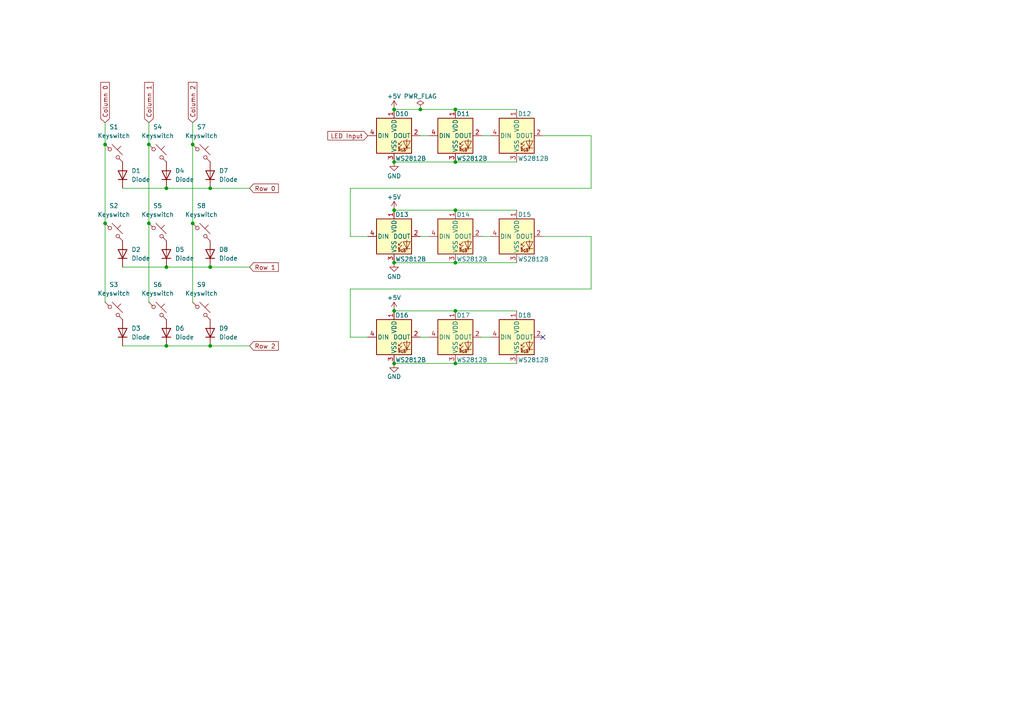
<source format=kicad_sch>
(kicad_sch
	(version 20231120)
	(generator "eeschema")
	(generator_version "8.0")
	(uuid "c687c8c0-a704-45a0-a2f6-12f27da370c2")
	(paper "A4")
	(lib_symbols
		(symbol "LED:WS2812B"
			(pin_names
				(offset 0.254)
			)
			(exclude_from_sim no)
			(in_bom yes)
			(on_board yes)
			(property "Reference" "D"
				(at 5.08 5.715 0)
				(effects
					(font
						(size 1.27 1.27)
					)
					(justify right bottom)
				)
			)
			(property "Value" "WS2812B"
				(at 1.27 -5.715 0)
				(effects
					(font
						(size 1.27 1.27)
					)
					(justify left top)
				)
			)
			(property "Footprint" "LED_SMD:LED_WS2812B_PLCC4_5.0x5.0mm_P3.2mm"
				(at 1.27 -7.62 0)
				(effects
					(font
						(size 1.27 1.27)
					)
					(justify left top)
					(hide yes)
				)
			)
			(property "Datasheet" "https://cdn-shop.adafruit.com/datasheets/WS2812B.pdf"
				(at 2.54 -9.525 0)
				(effects
					(font
						(size 1.27 1.27)
					)
					(justify left top)
					(hide yes)
				)
			)
			(property "Description" "RGB LED with integrated controller"
				(at 0 0 0)
				(effects
					(font
						(size 1.27 1.27)
					)
					(hide yes)
				)
			)
			(property "ki_keywords" "RGB LED NeoPixel addressable"
				(at 0 0 0)
				(effects
					(font
						(size 1.27 1.27)
					)
					(hide yes)
				)
			)
			(property "ki_fp_filters" "LED*WS2812*PLCC*5.0x5.0mm*P3.2mm*"
				(at 0 0 0)
				(effects
					(font
						(size 1.27 1.27)
					)
					(hide yes)
				)
			)
			(symbol "WS2812B_0_0"
				(text "RGB"
					(at 2.286 -4.191 0)
					(effects
						(font
							(size 0.762 0.762)
						)
					)
				)
			)
			(symbol "WS2812B_0_1"
				(polyline
					(pts
						(xy 1.27 -3.556) (xy 1.778 -3.556)
					)
					(stroke
						(width 0)
						(type default)
					)
					(fill
						(type none)
					)
				)
				(polyline
					(pts
						(xy 1.27 -2.54) (xy 1.778 -2.54)
					)
					(stroke
						(width 0)
						(type default)
					)
					(fill
						(type none)
					)
				)
				(polyline
					(pts
						(xy 4.699 -3.556) (xy 2.667 -3.556)
					)
					(stroke
						(width 0)
						(type default)
					)
					(fill
						(type none)
					)
				)
				(polyline
					(pts
						(xy 2.286 -2.54) (xy 1.27 -3.556) (xy 1.27 -3.048)
					)
					(stroke
						(width 0)
						(type default)
					)
					(fill
						(type none)
					)
				)
				(polyline
					(pts
						(xy 2.286 -1.524) (xy 1.27 -2.54) (xy 1.27 -2.032)
					)
					(stroke
						(width 0)
						(type default)
					)
					(fill
						(type none)
					)
				)
				(polyline
					(pts
						(xy 3.683 -1.016) (xy 3.683 -3.556) (xy 3.683 -4.064)
					)
					(stroke
						(width 0)
						(type default)
					)
					(fill
						(type none)
					)
				)
				(polyline
					(pts
						(xy 4.699 -1.524) (xy 2.667 -1.524) (xy 3.683 -3.556) (xy 4.699 -1.524)
					)
					(stroke
						(width 0)
						(type default)
					)
					(fill
						(type none)
					)
				)
				(rectangle
					(start 5.08 5.08)
					(end -5.08 -5.08)
					(stroke
						(width 0.254)
						(type default)
					)
					(fill
						(type background)
					)
				)
			)
			(symbol "WS2812B_1_1"
				(pin power_in line
					(at 0 7.62 270)
					(length 2.54)
					(name "VDD"
						(effects
							(font
								(size 1.27 1.27)
							)
						)
					)
					(number "1"
						(effects
							(font
								(size 1.27 1.27)
							)
						)
					)
				)
				(pin output line
					(at 7.62 0 180)
					(length 2.54)
					(name "DOUT"
						(effects
							(font
								(size 1.27 1.27)
							)
						)
					)
					(number "2"
						(effects
							(font
								(size 1.27 1.27)
							)
						)
					)
				)
				(pin power_in line
					(at 0 -7.62 90)
					(length 2.54)
					(name "VSS"
						(effects
							(font
								(size 1.27 1.27)
							)
						)
					)
					(number "3"
						(effects
							(font
								(size 1.27 1.27)
							)
						)
					)
				)
				(pin input line
					(at -7.62 0 0)
					(length 2.54)
					(name "DIN"
						(effects
							(font
								(size 1.27 1.27)
							)
						)
					)
					(number "4"
						(effects
							(font
								(size 1.27 1.27)
							)
						)
					)
				)
			)
		)
		(symbol "ScottoKeebs:Placeholder_Diode"
			(pin_numbers hide)
			(pin_names hide)
			(exclude_from_sim no)
			(in_bom yes)
			(on_board yes)
			(property "Reference" "D"
				(at 0 2.54 0)
				(effects
					(font
						(size 1.27 1.27)
					)
				)
			)
			(property "Value" "Diode"
				(at 0 -2.54 0)
				(effects
					(font
						(size 1.27 1.27)
					)
				)
			)
			(property "Footprint" ""
				(at 0 0 0)
				(effects
					(font
						(size 1.27 1.27)
					)
					(hide yes)
				)
			)
			(property "Datasheet" ""
				(at 0 0 0)
				(effects
					(font
						(size 1.27 1.27)
					)
					(hide yes)
				)
			)
			(property "Description" "1N4148 (DO-35) or 1N4148W (SOD-123)"
				(at 0 0 0)
				(effects
					(font
						(size 1.27 1.27)
					)
					(hide yes)
				)
			)
			(property "Sim.Device" "D"
				(at 0 0 0)
				(effects
					(font
						(size 1.27 1.27)
					)
					(hide yes)
				)
			)
			(property "Sim.Pins" "1=K 2=A"
				(at 0 0 0)
				(effects
					(font
						(size 1.27 1.27)
					)
					(hide yes)
				)
			)
			(property "ki_keywords" "diode"
				(at 0 0 0)
				(effects
					(font
						(size 1.27 1.27)
					)
					(hide yes)
				)
			)
			(property "ki_fp_filters" "D*DO?35*"
				(at 0 0 0)
				(effects
					(font
						(size 1.27 1.27)
					)
					(hide yes)
				)
			)
			(symbol "Placeholder_Diode_0_1"
				(polyline
					(pts
						(xy -1.27 1.27) (xy -1.27 -1.27)
					)
					(stroke
						(width 0.254)
						(type default)
					)
					(fill
						(type none)
					)
				)
				(polyline
					(pts
						(xy 1.27 0) (xy -1.27 0)
					)
					(stroke
						(width 0)
						(type default)
					)
					(fill
						(type none)
					)
				)
				(polyline
					(pts
						(xy 1.27 1.27) (xy 1.27 -1.27) (xy -1.27 0) (xy 1.27 1.27)
					)
					(stroke
						(width 0.254)
						(type default)
					)
					(fill
						(type none)
					)
				)
			)
			(symbol "Placeholder_Diode_1_1"
				(pin passive line
					(at -3.81 0 0)
					(length 2.54)
					(name "K"
						(effects
							(font
								(size 1.27 1.27)
							)
						)
					)
					(number "1"
						(effects
							(font
								(size 1.27 1.27)
							)
						)
					)
				)
				(pin passive line
					(at 3.81 0 180)
					(length 2.54)
					(name "A"
						(effects
							(font
								(size 1.27 1.27)
							)
						)
					)
					(number "2"
						(effects
							(font
								(size 1.27 1.27)
							)
						)
					)
				)
			)
		)
		(symbol "ScottoKeebs:Placeholder_Keyswitch"
			(pin_numbers hide)
			(pin_names
				(offset 1.016) hide)
			(exclude_from_sim no)
			(in_bom yes)
			(on_board yes)
			(property "Reference" "S"
				(at 3.048 1.016 0)
				(effects
					(font
						(size 1.27 1.27)
					)
					(justify left)
				)
			)
			(property "Value" "Keyswitch"
				(at 0 -3.81 0)
				(effects
					(font
						(size 1.27 1.27)
					)
				)
			)
			(property "Footprint" ""
				(at 0 0 0)
				(effects
					(font
						(size 1.27 1.27)
					)
					(hide yes)
				)
			)
			(property "Datasheet" "~"
				(at 0 0 0)
				(effects
					(font
						(size 1.27 1.27)
					)
					(hide yes)
				)
			)
			(property "Description" "Push button switch, normally open, two pins, 45° tilted"
				(at 0 0 0)
				(effects
					(font
						(size 1.27 1.27)
					)
					(hide yes)
				)
			)
			(property "ki_keywords" "switch normally-open pushbutton push-button"
				(at 0 0 0)
				(effects
					(font
						(size 1.27 1.27)
					)
					(hide yes)
				)
			)
			(symbol "Placeholder_Keyswitch_0_1"
				(circle
					(center -1.1684 1.1684)
					(radius 0.508)
					(stroke
						(width 0)
						(type default)
					)
					(fill
						(type none)
					)
				)
				(polyline
					(pts
						(xy -0.508 2.54) (xy 2.54 -0.508)
					)
					(stroke
						(width 0)
						(type default)
					)
					(fill
						(type none)
					)
				)
				(polyline
					(pts
						(xy 1.016 1.016) (xy 2.032 2.032)
					)
					(stroke
						(width 0)
						(type default)
					)
					(fill
						(type none)
					)
				)
				(polyline
					(pts
						(xy -2.54 2.54) (xy -1.524 1.524) (xy -1.524 1.524)
					)
					(stroke
						(width 0)
						(type default)
					)
					(fill
						(type none)
					)
				)
				(polyline
					(pts
						(xy 1.524 -1.524) (xy 2.54 -2.54) (xy 2.54 -2.54) (xy 2.54 -2.54)
					)
					(stroke
						(width 0)
						(type default)
					)
					(fill
						(type none)
					)
				)
				(circle
					(center 1.143 -1.1938)
					(radius 0.508)
					(stroke
						(width 0)
						(type default)
					)
					(fill
						(type none)
					)
				)
				(pin passive line
					(at -2.54 2.54 0)
					(length 0)
					(name "1"
						(effects
							(font
								(size 1.27 1.27)
							)
						)
					)
					(number "1"
						(effects
							(font
								(size 1.27 1.27)
							)
						)
					)
				)
				(pin passive line
					(at 2.54 -2.54 180)
					(length 0)
					(name "2"
						(effects
							(font
								(size 1.27 1.27)
							)
						)
					)
					(number "2"
						(effects
							(font
								(size 1.27 1.27)
							)
						)
					)
				)
			)
		)
		(symbol "power:+5V"
			(power)
			(pin_numbers hide)
			(pin_names
				(offset 0) hide)
			(exclude_from_sim no)
			(in_bom yes)
			(on_board yes)
			(property "Reference" "#PWR"
				(at 0 -3.81 0)
				(effects
					(font
						(size 1.27 1.27)
					)
					(hide yes)
				)
			)
			(property "Value" "+5V"
				(at 0 3.556 0)
				(effects
					(font
						(size 1.27 1.27)
					)
				)
			)
			(property "Footprint" ""
				(at 0 0 0)
				(effects
					(font
						(size 1.27 1.27)
					)
					(hide yes)
				)
			)
			(property "Datasheet" ""
				(at 0 0 0)
				(effects
					(font
						(size 1.27 1.27)
					)
					(hide yes)
				)
			)
			(property "Description" "Power symbol creates a global label with name \"+5V\""
				(at 0 0 0)
				(effects
					(font
						(size 1.27 1.27)
					)
					(hide yes)
				)
			)
			(property "ki_keywords" "global power"
				(at 0 0 0)
				(effects
					(font
						(size 1.27 1.27)
					)
					(hide yes)
				)
			)
			(symbol "+5V_0_1"
				(polyline
					(pts
						(xy -0.762 1.27) (xy 0 2.54)
					)
					(stroke
						(width 0)
						(type default)
					)
					(fill
						(type none)
					)
				)
				(polyline
					(pts
						(xy 0 0) (xy 0 2.54)
					)
					(stroke
						(width 0)
						(type default)
					)
					(fill
						(type none)
					)
				)
				(polyline
					(pts
						(xy 0 2.54) (xy 0.762 1.27)
					)
					(stroke
						(width 0)
						(type default)
					)
					(fill
						(type none)
					)
				)
			)
			(symbol "+5V_1_1"
				(pin power_in line
					(at 0 0 90)
					(length 0)
					(name "~"
						(effects
							(font
								(size 1.27 1.27)
							)
						)
					)
					(number "1"
						(effects
							(font
								(size 1.27 1.27)
							)
						)
					)
				)
			)
		)
		(symbol "power:GND"
			(power)
			(pin_numbers hide)
			(pin_names
				(offset 0) hide)
			(exclude_from_sim no)
			(in_bom yes)
			(on_board yes)
			(property "Reference" "#PWR"
				(at 0 -6.35 0)
				(effects
					(font
						(size 1.27 1.27)
					)
					(hide yes)
				)
			)
			(property "Value" "GND"
				(at 0 -3.81 0)
				(effects
					(font
						(size 1.27 1.27)
					)
				)
			)
			(property "Footprint" ""
				(at 0 0 0)
				(effects
					(font
						(size 1.27 1.27)
					)
					(hide yes)
				)
			)
			(property "Datasheet" ""
				(at 0 0 0)
				(effects
					(font
						(size 1.27 1.27)
					)
					(hide yes)
				)
			)
			(property "Description" "Power symbol creates a global label with name \"GND\" , ground"
				(at 0 0 0)
				(effects
					(font
						(size 1.27 1.27)
					)
					(hide yes)
				)
			)
			(property "ki_keywords" "global power"
				(at 0 0 0)
				(effects
					(font
						(size 1.27 1.27)
					)
					(hide yes)
				)
			)
			(symbol "GND_0_1"
				(polyline
					(pts
						(xy 0 0) (xy 0 -1.27) (xy 1.27 -1.27) (xy 0 -2.54) (xy -1.27 -1.27) (xy 0 -1.27)
					)
					(stroke
						(width 0)
						(type default)
					)
					(fill
						(type none)
					)
				)
			)
			(symbol "GND_1_1"
				(pin power_in line
					(at 0 0 270)
					(length 0)
					(name "~"
						(effects
							(font
								(size 1.27 1.27)
							)
						)
					)
					(number "1"
						(effects
							(font
								(size 1.27 1.27)
							)
						)
					)
				)
			)
		)
		(symbol "power:PWR_FLAG"
			(power)
			(pin_numbers hide)
			(pin_names
				(offset 0) hide)
			(exclude_from_sim no)
			(in_bom yes)
			(on_board yes)
			(property "Reference" "#FLG"
				(at 0 1.905 0)
				(effects
					(font
						(size 1.27 1.27)
					)
					(hide yes)
				)
			)
			(property "Value" "PWR_FLAG"
				(at 0 3.81 0)
				(effects
					(font
						(size 1.27 1.27)
					)
				)
			)
			(property "Footprint" ""
				(at 0 0 0)
				(effects
					(font
						(size 1.27 1.27)
					)
					(hide yes)
				)
			)
			(property "Datasheet" "~"
				(at 0 0 0)
				(effects
					(font
						(size 1.27 1.27)
					)
					(hide yes)
				)
			)
			(property "Description" "Special symbol for telling ERC where power comes from"
				(at 0 0 0)
				(effects
					(font
						(size 1.27 1.27)
					)
					(hide yes)
				)
			)
			(property "ki_keywords" "flag power"
				(at 0 0 0)
				(effects
					(font
						(size 1.27 1.27)
					)
					(hide yes)
				)
			)
			(symbol "PWR_FLAG_0_0"
				(pin power_out line
					(at 0 0 90)
					(length 0)
					(name "~"
						(effects
							(font
								(size 1.27 1.27)
							)
						)
					)
					(number "1"
						(effects
							(font
								(size 1.27 1.27)
							)
						)
					)
				)
			)
			(symbol "PWR_FLAG_0_1"
				(polyline
					(pts
						(xy 0 0) (xy 0 1.27) (xy -1.016 1.905) (xy 0 2.54) (xy 1.016 1.905) (xy 0 1.27)
					)
					(stroke
						(width 0)
						(type default)
					)
					(fill
						(type none)
					)
				)
			)
		)
	)
	(junction
		(at 30.48 41.91)
		(diameter 0)
		(color 0 0 0 0)
		(uuid "05a61745-4415-4e37-8328-b9723f23820c")
	)
	(junction
		(at 114.3 31.75)
		(diameter 0)
		(color 0 0 0 0)
		(uuid "095b59df-a9ba-4aa9-9adf-1fae6d4c1c59")
	)
	(junction
		(at 55.88 41.91)
		(diameter 0)
		(color 0 0 0 0)
		(uuid "0fcb8340-67fb-4b60-bf2c-bf019c7beded")
	)
	(junction
		(at 43.18 41.91)
		(diameter 0)
		(color 0 0 0 0)
		(uuid "10e44e0c-cde8-4b7e-a1a6-10d283c13ffc")
	)
	(junction
		(at 132.08 31.75)
		(diameter 0)
		(color 0 0 0 0)
		(uuid "1154920c-aad9-4987-a970-e916e698c82f")
	)
	(junction
		(at 121.92 31.75)
		(diameter 0)
		(color 0 0 0 0)
		(uuid "1864ad91-0014-4b14-b519-89c2aae3a084")
	)
	(junction
		(at 48.26 54.61)
		(diameter 0)
		(color 0 0 0 0)
		(uuid "28fabc8f-ad90-435d-a9b9-24ea19f7b549")
	)
	(junction
		(at 60.96 100.33)
		(diameter 0)
		(color 0 0 0 0)
		(uuid "443627df-05e5-4178-8ebb-cb87c1c49313")
	)
	(junction
		(at 114.3 60.96)
		(diameter 0)
		(color 0 0 0 0)
		(uuid "58568354-0d39-4544-a994-0844c1100591")
	)
	(junction
		(at 48.26 100.33)
		(diameter 0)
		(color 0 0 0 0)
		(uuid "5eb117fa-69d4-4675-99eb-0636b924916e")
	)
	(junction
		(at 114.3 76.2)
		(diameter 0)
		(color 0 0 0 0)
		(uuid "63f46bf1-3bdd-4f61-a82a-95b32b716c7b")
	)
	(junction
		(at 132.08 46.99)
		(diameter 0)
		(color 0 0 0 0)
		(uuid "645a4f10-7ecc-4a3f-bf85-89879956ddd0")
	)
	(junction
		(at 30.48 64.77)
		(diameter 0)
		(color 0 0 0 0)
		(uuid "73297894-e5a2-4daf-a98d-69b2866645a2")
	)
	(junction
		(at 114.3 46.99)
		(diameter 0)
		(color 0 0 0 0)
		(uuid "74b002a5-304c-4b53-9d6e-57bc9321cd71")
	)
	(junction
		(at 60.96 77.47)
		(diameter 0)
		(color 0 0 0 0)
		(uuid "83b3cdc6-1b99-46db-85d0-bdfab5f732be")
	)
	(junction
		(at 132.08 60.96)
		(diameter 0)
		(color 0 0 0 0)
		(uuid "984e02b1-2f0a-416a-96ae-a295581836b7")
	)
	(junction
		(at 55.88 64.77)
		(diameter 0)
		(color 0 0 0 0)
		(uuid "9c818f52-695a-4612-aeeb-eac57d158fc9")
	)
	(junction
		(at 132.08 90.17)
		(diameter 0)
		(color 0 0 0 0)
		(uuid "a8caf4ce-0645-4ad1-aaf7-d2d3a6445af1")
	)
	(junction
		(at 114.3 90.17)
		(diameter 0)
		(color 0 0 0 0)
		(uuid "a8fb662c-02e1-48d3-a3bd-dd5e2ef47a6a")
	)
	(junction
		(at 60.96 54.61)
		(diameter 0)
		(color 0 0 0 0)
		(uuid "c09fe0bc-6e85-4a59-9ed5-a56144e3cfff")
	)
	(junction
		(at 114.3 105.41)
		(diameter 0)
		(color 0 0 0 0)
		(uuid "c9ed570d-f645-499d-98dd-7266c0bb1a3a")
	)
	(junction
		(at 132.08 105.41)
		(diameter 0)
		(color 0 0 0 0)
		(uuid "ccec240d-b96a-477c-b0fb-c5a9a5d3022e")
	)
	(junction
		(at 43.18 64.77)
		(diameter 0)
		(color 0 0 0 0)
		(uuid "d33f886f-8669-4131-b38f-bfe749c38a3f")
	)
	(junction
		(at 132.08 76.2)
		(diameter 0)
		(color 0 0 0 0)
		(uuid "d99dac02-8f92-4692-8ac2-639b05516901")
	)
	(junction
		(at 48.26 77.47)
		(diameter 0)
		(color 0 0 0 0)
		(uuid "f2d524d8-954f-4ef6-ba14-883c7eecb5f9")
	)
	(no_connect
		(at 157.48 97.79)
		(uuid "dc47d2f7-a03b-4889-8b1c-bc73ac3a11b1")
	)
	(wire
		(pts
			(xy 157.48 39.37) (xy 171.45 39.37)
		)
		(stroke
			(width 0)
			(type default)
		)
		(uuid "0a5b1436-47c3-42b1-8cc2-97389a573e49")
	)
	(wire
		(pts
			(xy 114.3 60.96) (xy 132.08 60.96)
		)
		(stroke
			(width 0)
			(type default)
		)
		(uuid "0f05874d-1819-4552-9648-a566e8cce0d3")
	)
	(wire
		(pts
			(xy 132.08 105.41) (xy 149.86 105.41)
		)
		(stroke
			(width 0)
			(type default)
		)
		(uuid "126d8f90-7bcd-43eb-9748-85eb3978b1ee")
	)
	(wire
		(pts
			(xy 132.08 60.96) (xy 149.86 60.96)
		)
		(stroke
			(width 0)
			(type default)
		)
		(uuid "14270896-def2-4d23-b74a-bdb5bb3c2038")
	)
	(wire
		(pts
			(xy 132.08 90.17) (xy 149.86 90.17)
		)
		(stroke
			(width 0)
			(type default)
		)
		(uuid "16846909-fb3d-42c9-85d6-197c3dc5ac0b")
	)
	(wire
		(pts
			(xy 48.26 54.61) (xy 60.96 54.61)
		)
		(stroke
			(width 0)
			(type default)
		)
		(uuid "16c7a5cb-9ae3-43e8-b053-df98087a7024")
	)
	(wire
		(pts
			(xy 60.96 54.61) (xy 72.39 54.61)
		)
		(stroke
			(width 0)
			(type default)
		)
		(uuid "1b8de679-ce3a-4bbe-a014-d0760bc77eb1")
	)
	(wire
		(pts
			(xy 114.3 31.75) (xy 121.92 31.75)
		)
		(stroke
			(width 0)
			(type default)
		)
		(uuid "2f3d67d4-c81c-4bc2-97d1-32ad5e9b8990")
	)
	(wire
		(pts
			(xy 171.45 54.61) (xy 101.6 54.61)
		)
		(stroke
			(width 0)
			(type default)
		)
		(uuid "34f61660-8b31-4729-ad76-4b2387a1e82a")
	)
	(wire
		(pts
			(xy 30.48 64.77) (xy 30.48 87.63)
		)
		(stroke
			(width 0)
			(type default)
		)
		(uuid "37453e75-f0c2-43da-8a21-2ffead84d4e9")
	)
	(wire
		(pts
			(xy 55.88 64.77) (xy 55.88 87.63)
		)
		(stroke
			(width 0)
			(type default)
		)
		(uuid "38ca17b6-7eed-4a94-8314-0467be992422")
	)
	(wire
		(pts
			(xy 139.7 68.58) (xy 142.24 68.58)
		)
		(stroke
			(width 0)
			(type default)
		)
		(uuid "3c0d33c5-be17-4bf9-8167-ecaac4ed1572")
	)
	(wire
		(pts
			(xy 106.68 68.58) (xy 101.6 68.58)
		)
		(stroke
			(width 0)
			(type default)
		)
		(uuid "43c7a9eb-836f-4dfe-a700-a3324aaf50a0")
	)
	(wire
		(pts
			(xy 121.92 68.58) (xy 124.46 68.58)
		)
		(stroke
			(width 0)
			(type default)
		)
		(uuid "441a589e-585e-46b2-9d7e-8c6041bef424")
	)
	(wire
		(pts
			(xy 35.56 54.61) (xy 48.26 54.61)
		)
		(stroke
			(width 0)
			(type default)
		)
		(uuid "4a5e4c9e-5b7f-4c72-b7ea-38f9a4a43ab2")
	)
	(wire
		(pts
			(xy 35.56 100.33) (xy 48.26 100.33)
		)
		(stroke
			(width 0)
			(type default)
		)
		(uuid "58adf9ce-d566-4c9f-bff0-2a7562afa25c")
	)
	(wire
		(pts
			(xy 43.18 41.91) (xy 43.18 64.77)
		)
		(stroke
			(width 0)
			(type default)
		)
		(uuid "62266076-40e7-4de3-9da7-330c7a8b6638")
	)
	(wire
		(pts
			(xy 60.96 100.33) (xy 72.39 100.33)
		)
		(stroke
			(width 0)
			(type default)
		)
		(uuid "66b7ae89-62e3-4857-ae76-abbb979ea597")
	)
	(wire
		(pts
			(xy 132.08 31.75) (xy 149.86 31.75)
		)
		(stroke
			(width 0)
			(type default)
		)
		(uuid "6bd294fe-1f99-4d60-9105-c4ea11e2f0b4")
	)
	(wire
		(pts
			(xy 157.48 68.58) (xy 171.45 68.58)
		)
		(stroke
			(width 0)
			(type default)
		)
		(uuid "70f1584b-a56c-409a-9f7b-1a5a63e412c5")
	)
	(wire
		(pts
			(xy 30.48 41.91) (xy 30.48 64.77)
		)
		(stroke
			(width 0)
			(type default)
		)
		(uuid "7d4693cf-8227-4f25-9e9e-ab5ccc306029")
	)
	(wire
		(pts
			(xy 55.88 35.56) (xy 55.88 41.91)
		)
		(stroke
			(width 0)
			(type default)
		)
		(uuid "7f801c0b-4f9e-495a-b303-46bfb7b56058")
	)
	(wire
		(pts
			(xy 121.92 31.75) (xy 132.08 31.75)
		)
		(stroke
			(width 0)
			(type default)
		)
		(uuid "8c1acbe4-eca5-46d7-9c71-6778843ed08b")
	)
	(wire
		(pts
			(xy 114.3 105.41) (xy 132.08 105.41)
		)
		(stroke
			(width 0)
			(type default)
		)
		(uuid "9822b3b6-670f-4fa9-acb8-244ef2c7a1f4")
	)
	(wire
		(pts
			(xy 101.6 83.82) (xy 101.6 97.79)
		)
		(stroke
			(width 0)
			(type default)
		)
		(uuid "a8df606a-70b4-4ede-8a13-ffc7390951e8")
	)
	(wire
		(pts
			(xy 55.88 41.91) (xy 55.88 64.77)
		)
		(stroke
			(width 0)
			(type default)
		)
		(uuid "a941bce5-7d0c-4b71-ba08-dcab1334b604")
	)
	(wire
		(pts
			(xy 139.7 97.79) (xy 142.24 97.79)
		)
		(stroke
			(width 0)
			(type default)
		)
		(uuid "ad4ffbe4-3e21-4d3f-9df0-50480c7487d5")
	)
	(wire
		(pts
			(xy 30.48 35.56) (xy 30.48 41.91)
		)
		(stroke
			(width 0)
			(type default)
		)
		(uuid "b0985df6-03bf-4efe-a4dd-f8a4a3a1c9ca")
	)
	(wire
		(pts
			(xy 132.08 76.2) (xy 149.86 76.2)
		)
		(stroke
			(width 0)
			(type default)
		)
		(uuid "b829876e-4096-42f3-98e0-b87a131439ee")
	)
	(wire
		(pts
			(xy 132.08 46.99) (xy 149.86 46.99)
		)
		(stroke
			(width 0)
			(type default)
		)
		(uuid "b9db9430-437e-43f6-aae5-9cbff9494593")
	)
	(wire
		(pts
			(xy 35.56 77.47) (xy 48.26 77.47)
		)
		(stroke
			(width 0)
			(type default)
		)
		(uuid "c6599718-95b2-494b-b359-2fac36aef322")
	)
	(wire
		(pts
			(xy 121.92 39.37) (xy 124.46 39.37)
		)
		(stroke
			(width 0)
			(type default)
		)
		(uuid "cb98d216-7c91-4d19-b92e-da652750349d")
	)
	(wire
		(pts
			(xy 48.26 100.33) (xy 60.96 100.33)
		)
		(stroke
			(width 0)
			(type default)
		)
		(uuid "cbe9be51-e233-4d07-954a-7f53091bb0e8")
	)
	(wire
		(pts
			(xy 43.18 35.56) (xy 43.18 41.91)
		)
		(stroke
			(width 0)
			(type default)
		)
		(uuid "cd2a895e-1aa0-47c8-ac70-3202d431cff4")
	)
	(wire
		(pts
			(xy 171.45 68.58) (xy 171.45 83.82)
		)
		(stroke
			(width 0)
			(type default)
		)
		(uuid "ce4699b8-da9f-4c4c-952b-721a0f2372e9")
	)
	(wire
		(pts
			(xy 48.26 77.47) (xy 60.96 77.47)
		)
		(stroke
			(width 0)
			(type default)
		)
		(uuid "d014ddb3-592c-415f-8108-74dfee670ee0")
	)
	(wire
		(pts
			(xy 101.6 97.79) (xy 106.68 97.79)
		)
		(stroke
			(width 0)
			(type default)
		)
		(uuid "d1eb022a-d8df-4041-aaba-3f7d31f8fe78")
	)
	(wire
		(pts
			(xy 171.45 39.37) (xy 171.45 54.61)
		)
		(stroke
			(width 0)
			(type default)
		)
		(uuid "d30eb536-ea7a-461c-b943-5d3b9312a03d")
	)
	(wire
		(pts
			(xy 114.3 76.2) (xy 132.08 76.2)
		)
		(stroke
			(width 0)
			(type default)
		)
		(uuid "d4993b8b-2b44-4d3b-b8b5-9a91cc783b50")
	)
	(wire
		(pts
			(xy 121.92 97.79) (xy 124.46 97.79)
		)
		(stroke
			(width 0)
			(type default)
		)
		(uuid "d6343070-f5a0-4fe2-92ec-3bea78113c3c")
	)
	(wire
		(pts
			(xy 171.45 83.82) (xy 101.6 83.82)
		)
		(stroke
			(width 0)
			(type default)
		)
		(uuid "d705b62b-1b70-497a-8b34-b1418967e7ba")
	)
	(wire
		(pts
			(xy 60.96 77.47) (xy 72.39 77.47)
		)
		(stroke
			(width 0)
			(type default)
		)
		(uuid "df719160-8e5f-46ec-99c3-4eb701f09287")
	)
	(wire
		(pts
			(xy 101.6 54.61) (xy 101.6 68.58)
		)
		(stroke
			(width 0)
			(type default)
		)
		(uuid "e6f50701-e65c-428e-a467-390e605b3d7c")
	)
	(wire
		(pts
			(xy 114.3 90.17) (xy 132.08 90.17)
		)
		(stroke
			(width 0)
			(type default)
		)
		(uuid "ec7def42-7732-4b90-b149-b59d1ae40b66")
	)
	(wire
		(pts
			(xy 139.7 39.37) (xy 142.24 39.37)
		)
		(stroke
			(width 0)
			(type default)
		)
		(uuid "f1b6b14b-7e84-4d87-bba6-ed57380bd2a9")
	)
	(wire
		(pts
			(xy 43.18 64.77) (xy 43.18 87.63)
		)
		(stroke
			(width 0)
			(type default)
		)
		(uuid "f8270622-8fa8-4e4f-8c2f-c44806d8ac24")
	)
	(wire
		(pts
			(xy 114.3 46.99) (xy 132.08 46.99)
		)
		(stroke
			(width 0)
			(type default)
		)
		(uuid "fb0ef678-3c75-4789-9fa2-88a15b836ee5")
	)
	(global_label "Row 0"
		(shape input)
		(at 72.39 54.61 0)
		(fields_autoplaced yes)
		(effects
			(font
				(size 1.27 1.27)
			)
			(justify left)
		)
		(uuid "14cdcae0-9e95-45d5-821d-0d71dcdb7a76")
		(property "Intersheetrefs" "${INTERSHEET_REFS}"
			(at 81.3018 54.61 0)
			(effects
				(font
					(size 1.27 1.27)
				)
				(justify left)
				(hide yes)
			)
		)
	)
	(global_label "Row 1"
		(shape input)
		(at 72.39 77.47 0)
		(fields_autoplaced yes)
		(effects
			(font
				(size 1.27 1.27)
			)
			(justify left)
		)
		(uuid "2800e66b-f391-44ed-97c1-32a340b35570")
		(property "Intersheetrefs" "${INTERSHEET_REFS}"
			(at 81.3018 77.47 0)
			(effects
				(font
					(size 1.27 1.27)
				)
				(justify left)
				(hide yes)
			)
		)
	)
	(global_label "Column 2"
		(shape input)
		(at 55.88 35.56 90)
		(fields_autoplaced yes)
		(effects
			(font
				(size 1.27 1.27)
			)
			(justify left)
		)
		(uuid "32d79fbe-933c-4e80-8466-a00dafdd2545")
		(property "Intersheetrefs" "${INTERSHEET_REFS}"
			(at 55.88 23.3222 90)
			(effects
				(font
					(size 1.27 1.27)
				)
				(justify left)
				(hide yes)
			)
		)
	)
	(global_label "Column 0"
		(shape input)
		(at 30.48 35.56 90)
		(fields_autoplaced yes)
		(effects
			(font
				(size 1.27 1.27)
			)
			(justify left)
		)
		(uuid "5661301f-58e5-4ea5-8bdb-3b1706066727")
		(property "Intersheetrefs" "${INTERSHEET_REFS}"
			(at 30.48 23.3222 90)
			(effects
				(font
					(size 1.27 1.27)
				)
				(justify left)
				(hide yes)
			)
		)
	)
	(global_label "LED Input"
		(shape input)
		(at 106.68 39.37 180)
		(fields_autoplaced yes)
		(effects
			(font
				(size 1.27 1.27)
			)
			(justify right)
		)
		(uuid "64fbb245-186e-4276-a3d1-80657af043b9")
		(property "Intersheetrefs" "${INTERSHEET_REFS}"
			(at 94.5026 39.37 0)
			(effects
				(font
					(size 1.27 1.27)
				)
				(justify right)
				(hide yes)
			)
		)
	)
	(global_label "Row 2"
		(shape input)
		(at 72.39 100.33 0)
		(fields_autoplaced yes)
		(effects
			(font
				(size 1.27 1.27)
			)
			(justify left)
		)
		(uuid "8cc40630-89c8-4106-978b-e5c6fb22dc78")
		(property "Intersheetrefs" "${INTERSHEET_REFS}"
			(at 81.3018 100.33 0)
			(effects
				(font
					(size 1.27 1.27)
				)
				(justify left)
				(hide yes)
			)
		)
	)
	(global_label "Column 1"
		(shape input)
		(at 43.18 35.56 90)
		(fields_autoplaced yes)
		(effects
			(font
				(size 1.27 1.27)
			)
			(justify left)
		)
		(uuid "dceaa8e6-a83d-4ee6-8c08-949417ef82e0")
		(property "Intersheetrefs" "${INTERSHEET_REFS}"
			(at 43.18 23.3222 90)
			(effects
				(font
					(size 1.27 1.27)
				)
				(justify left)
				(hide yes)
			)
		)
	)
	(symbol
		(lib_id "power:PWR_FLAG")
		(at 121.92 31.75 0)
		(unit 1)
		(exclude_from_sim no)
		(in_bom yes)
		(on_board yes)
		(dnp no)
		(uuid "05a734c2-d504-434d-a27d-358cf06937b3")
		(property "Reference" "#FLG01"
			(at 121.92 29.845 0)
			(effects
				(font
					(size 1.27 1.27)
				)
				(hide yes)
			)
		)
		(property "Value" "PWR_FLAG"
			(at 121.92 27.94 0)
			(effects
				(font
					(size 1.27 1.27)
				)
			)
		)
		(property "Footprint" ""
			(at 121.92 31.75 0)
			(effects
				(font
					(size 1.27 1.27)
				)
				(hide yes)
			)
		)
		(property "Datasheet" "~"
			(at 121.92 31.75 0)
			(effects
				(font
					(size 1.27 1.27)
				)
				(hide yes)
			)
		)
		(property "Description" "Special symbol for telling ERC where power comes from"
			(at 121.92 31.75 0)
			(effects
				(font
					(size 1.27 1.27)
				)
				(hide yes)
			)
		)
		(pin "1"
			(uuid "f6171e46-2aeb-42d6-a8b1-a0635460a256")
		)
		(instances
			(project ""
				(path "/7ab8ba5b-47b0-433d-b4df-c107ac17d390/3dbcbf91-9302-4944-bb5e-faae69e9ceea"
					(reference "#FLG01")
					(unit 1)
				)
			)
		)
	)
	(symbol
		(lib_id "LED:WS2812B")
		(at 132.08 39.37 0)
		(unit 1)
		(exclude_from_sim no)
		(in_bom yes)
		(on_board yes)
		(dnp no)
		(uuid "07b7b067-f61c-4e54-b673-5a7a39889b08")
		(property "Reference" "D11"
			(at 134.366 33.02 0)
			(effects
				(font
					(size 1.27 1.27)
				)
			)
		)
		(property "Value" "WS2812B"
			(at 136.906 45.974 0)
			(effects
				(font
					(size 1.27 1.27)
				)
			)
		)
		(property "Footprint" "ScottoKeebs_Components:LED_WS2812B"
			(at 133.35 46.99 0)
			(effects
				(font
					(size 1.27 1.27)
				)
				(justify left top)
				(hide yes)
			)
		)
		(property "Datasheet" "https://cdn-shop.adafruit.com/datasheets/WS2812B.pdf"
			(at 134.62 48.895 0)
			(effects
				(font
					(size 1.27 1.27)
				)
				(justify left top)
				(hide yes)
			)
		)
		(property "Description" "RGB LED with integrated controller"
			(at 132.08 39.37 0)
			(effects
				(font
					(size 1.27 1.27)
				)
				(hide yes)
			)
		)
		(pin "4"
			(uuid "fb3552ab-e419-4a4e-9746-8a2175c1ed83")
		)
		(pin "2"
			(uuid "40dc9b69-5a42-41e4-84a3-dd3b6cc428b5")
		)
		(pin "3"
			(uuid "68905a0e-b289-4870-b477-196ece16c83a")
		)
		(pin "1"
			(uuid "7765b9a8-ce25-460b-b359-51aa04317810")
		)
		(instances
			(project "MACROPAD"
				(path "/7ab8ba5b-47b0-433d-b4df-c107ac17d390/3dbcbf91-9302-4944-bb5e-faae69e9ceea"
					(reference "D11")
					(unit 1)
				)
			)
		)
	)
	(symbol
		(lib_id "power:GND")
		(at 114.3 76.2 0)
		(unit 1)
		(exclude_from_sim no)
		(in_bom yes)
		(on_board yes)
		(dnp no)
		(uuid "145a908b-ec20-4f13-81b3-46521aeecb5e")
		(property "Reference" "#PWR018"
			(at 114.3 82.55 0)
			(effects
				(font
					(size 1.27 1.27)
				)
				(hide yes)
			)
		)
		(property "Value" "GND"
			(at 114.3 80.264 0)
			(effects
				(font
					(size 1.27 1.27)
				)
			)
		)
		(property "Footprint" ""
			(at 114.3 76.2 0)
			(effects
				(font
					(size 1.27 1.27)
				)
				(hide yes)
			)
		)
		(property "Datasheet" ""
			(at 114.3 76.2 0)
			(effects
				(font
					(size 1.27 1.27)
				)
				(hide yes)
			)
		)
		(property "Description" "Power symbol creates a global label with name \"GND\" , ground"
			(at 114.3 76.2 0)
			(effects
				(font
					(size 1.27 1.27)
				)
				(hide yes)
			)
		)
		(pin "1"
			(uuid "9e3232b7-0bbd-4841-b2aa-8f5c6c37fd22")
		)
		(instances
			(project "MACROPAD"
				(path "/7ab8ba5b-47b0-433d-b4df-c107ac17d390/3dbcbf91-9302-4944-bb5e-faae69e9ceea"
					(reference "#PWR018")
					(unit 1)
				)
			)
		)
	)
	(symbol
		(lib_id "ScottoKeebs:Placeholder_Diode")
		(at 35.56 73.66 90)
		(unit 1)
		(exclude_from_sim no)
		(in_bom yes)
		(on_board yes)
		(dnp no)
		(fields_autoplaced yes)
		(uuid "153d3dea-3133-4039-a912-ee098358ed09")
		(property "Reference" "D2"
			(at 38.1 72.3899 90)
			(effects
				(font
					(size 1.27 1.27)
				)
				(justify right)
			)
		)
		(property "Value" "Diode"
			(at 38.1 74.9299 90)
			(effects
				(font
					(size 1.27 1.27)
				)
				(justify right)
			)
		)
		(property "Footprint" "ScottoKeebs_Components:Diode_SOD-123"
			(at 35.56 73.66 0)
			(effects
				(font
					(size 1.27 1.27)
				)
				(hide yes)
			)
		)
		(property "Datasheet" ""
			(at 35.56 73.66 0)
			(effects
				(font
					(size 1.27 1.27)
				)
				(hide yes)
			)
		)
		(property "Description" "1N4148 (DO-35) or 1N4148W (SOD-123)"
			(at 35.56 73.66 0)
			(effects
				(font
					(size 1.27 1.27)
				)
				(hide yes)
			)
		)
		(property "Sim.Device" "D"
			(at 35.56 73.66 0)
			(effects
				(font
					(size 1.27 1.27)
				)
				(hide yes)
			)
		)
		(property "Sim.Pins" "1=K 2=A"
			(at 35.56 73.66 0)
			(effects
				(font
					(size 1.27 1.27)
				)
				(hide yes)
			)
		)
		(pin "1"
			(uuid "76e35a7a-3e43-43e4-be29-f10a116a9efc")
		)
		(pin "2"
			(uuid "0b183231-2605-4579-b740-4d43ddb804c9")
		)
		(instances
			(project "MACROPAD"
				(path "/7ab8ba5b-47b0-433d-b4df-c107ac17d390/3dbcbf91-9302-4944-bb5e-faae69e9ceea"
					(reference "D2")
					(unit 1)
				)
			)
		)
	)
	(symbol
		(lib_id "power:+5V")
		(at 114.3 90.17 0)
		(unit 1)
		(exclude_from_sim no)
		(in_bom yes)
		(on_board yes)
		(dnp no)
		(uuid "234bafa3-09f5-489c-9598-c6b02b8f2338")
		(property "Reference" "#PWR022"
			(at 114.3 93.98 0)
			(effects
				(font
					(size 1.27 1.27)
				)
				(hide yes)
			)
		)
		(property "Value" "+5V"
			(at 114.3 86.36 0)
			(effects
				(font
					(size 1.27 1.27)
				)
			)
		)
		(property "Footprint" ""
			(at 114.3 90.17 0)
			(effects
				(font
					(size 1.27 1.27)
				)
				(hide yes)
			)
		)
		(property "Datasheet" ""
			(at 114.3 90.17 0)
			(effects
				(font
					(size 1.27 1.27)
				)
				(hide yes)
			)
		)
		(property "Description" "Power symbol creates a global label with name \"+5V\""
			(at 114.3 90.17 0)
			(effects
				(font
					(size 1.27 1.27)
				)
				(hide yes)
			)
		)
		(pin "1"
			(uuid "31034895-3ef8-4e2b-b62c-37a40017ad1f")
		)
		(instances
			(project "MACROPAD"
				(path "/7ab8ba5b-47b0-433d-b4df-c107ac17d390/3dbcbf91-9302-4944-bb5e-faae69e9ceea"
					(reference "#PWR022")
					(unit 1)
				)
			)
		)
	)
	(symbol
		(lib_id "power:+5V")
		(at 114.3 60.96 0)
		(unit 1)
		(exclude_from_sim no)
		(in_bom yes)
		(on_board yes)
		(dnp no)
		(uuid "27c4e403-7ec5-4d89-9c98-d1032f0d584d")
		(property "Reference" "#PWR021"
			(at 114.3 64.77 0)
			(effects
				(font
					(size 1.27 1.27)
				)
				(hide yes)
			)
		)
		(property "Value" "+5V"
			(at 114.3 57.15 0)
			(effects
				(font
					(size 1.27 1.27)
				)
			)
		)
		(property "Footprint" ""
			(at 114.3 60.96 0)
			(effects
				(font
					(size 1.27 1.27)
				)
				(hide yes)
			)
		)
		(property "Datasheet" ""
			(at 114.3 60.96 0)
			(effects
				(font
					(size 1.27 1.27)
				)
				(hide yes)
			)
		)
		(property "Description" "Power symbol creates a global label with name \"+5V\""
			(at 114.3 60.96 0)
			(effects
				(font
					(size 1.27 1.27)
				)
				(hide yes)
			)
		)
		(pin "1"
			(uuid "033cd87e-368a-4cf6-b891-7f9f095893a0")
		)
		(instances
			(project "MACROPAD"
				(path "/7ab8ba5b-47b0-433d-b4df-c107ac17d390/3dbcbf91-9302-4944-bb5e-faae69e9ceea"
					(reference "#PWR021")
					(unit 1)
				)
			)
		)
	)
	(symbol
		(lib_id "ScottoKeebs:Placeholder_Keyswitch")
		(at 33.02 90.17 0)
		(unit 1)
		(exclude_from_sim no)
		(in_bom yes)
		(on_board yes)
		(dnp no)
		(fields_autoplaced yes)
		(uuid "32d1e8a4-ec5b-4bee-aed8-842793023f95")
		(property "Reference" "S3"
			(at 33.02 82.55 0)
			(effects
				(font
					(size 1.27 1.27)
				)
			)
		)
		(property "Value" "Keyswitch"
			(at 33.02 85.09 0)
			(effects
				(font
					(size 1.27 1.27)
				)
			)
		)
		(property "Footprint" "ScottoKeebs_Hotswap:Hotswap_Choc_V1_Plated_1.00u"
			(at 33.02 90.17 0)
			(effects
				(font
					(size 1.27 1.27)
				)
				(hide yes)
			)
		)
		(property "Datasheet" "~"
			(at 33.02 90.17 0)
			(effects
				(font
					(size 1.27 1.27)
				)
				(hide yes)
			)
		)
		(property "Description" "Push button switch, normally open, two pins, 45° tilted"
			(at 33.02 90.17 0)
			(effects
				(font
					(size 1.27 1.27)
				)
				(hide yes)
			)
		)
		(pin "1"
			(uuid "3d67058b-7629-451b-b594-5dba52ea49aa")
		)
		(pin "2"
			(uuid "d986e9ef-4d72-4e5d-b27c-cda93f0852f0")
		)
		(instances
			(project "MACROPAD"
				(path "/7ab8ba5b-47b0-433d-b4df-c107ac17d390/3dbcbf91-9302-4944-bb5e-faae69e9ceea"
					(reference "S3")
					(unit 1)
				)
			)
		)
	)
	(symbol
		(lib_id "ScottoKeebs:Placeholder_Keyswitch")
		(at 45.72 67.31 0)
		(unit 1)
		(exclude_from_sim no)
		(in_bom yes)
		(on_board yes)
		(dnp no)
		(fields_autoplaced yes)
		(uuid "37e7b85b-7662-4131-a0be-5b0eb3bda047")
		(property "Reference" "S5"
			(at 45.72 59.69 0)
			(effects
				(font
					(size 1.27 1.27)
				)
			)
		)
		(property "Value" "Keyswitch"
			(at 45.72 62.23 0)
			(effects
				(font
					(size 1.27 1.27)
				)
			)
		)
		(property "Footprint" "ScottoKeebs_Hotswap:Hotswap_Choc_V1_Plated_1.00u"
			(at 45.72 67.31 0)
			(effects
				(font
					(size 1.27 1.27)
				)
				(hide yes)
			)
		)
		(property "Datasheet" "~"
			(at 45.72 67.31 0)
			(effects
				(font
					(size 1.27 1.27)
				)
				(hide yes)
			)
		)
		(property "Description" "Push button switch, normally open, two pins, 45° tilted"
			(at 45.72 67.31 0)
			(effects
				(font
					(size 1.27 1.27)
				)
				(hide yes)
			)
		)
		(pin "1"
			(uuid "efc37c87-606f-4dc8-bfb2-fe26fa4e892c")
		)
		(pin "2"
			(uuid "dda91768-d6bb-4f7a-b2fd-cf84984e3d20")
		)
		(instances
			(project "MACROPAD"
				(path "/7ab8ba5b-47b0-433d-b4df-c107ac17d390/3dbcbf91-9302-4944-bb5e-faae69e9ceea"
					(reference "S5")
					(unit 1)
				)
			)
		)
	)
	(symbol
		(lib_id "ScottoKeebs:Placeholder_Keyswitch")
		(at 33.02 67.31 0)
		(unit 1)
		(exclude_from_sim no)
		(in_bom yes)
		(on_board yes)
		(dnp no)
		(fields_autoplaced yes)
		(uuid "3b494a1c-7c3c-4e27-bdae-d6e1c5cd40bc")
		(property "Reference" "S2"
			(at 33.02 59.69 0)
			(effects
				(font
					(size 1.27 1.27)
				)
			)
		)
		(property "Value" "Keyswitch"
			(at 33.02 62.23 0)
			(effects
				(font
					(size 1.27 1.27)
				)
			)
		)
		(property "Footprint" "ScottoKeebs_Hotswap:Hotswap_Choc_V1_Plated_1.00u"
			(at 33.02 67.31 0)
			(effects
				(font
					(size 1.27 1.27)
				)
				(hide yes)
			)
		)
		(property "Datasheet" "~"
			(at 33.02 67.31 0)
			(effects
				(font
					(size 1.27 1.27)
				)
				(hide yes)
			)
		)
		(property "Description" "Push button switch, normally open, two pins, 45° tilted"
			(at 33.02 67.31 0)
			(effects
				(font
					(size 1.27 1.27)
				)
				(hide yes)
			)
		)
		(pin "1"
			(uuid "2ad18c27-e5ab-4299-983b-1a99c6d96460")
		)
		(pin "2"
			(uuid "0460a5e5-c214-4da9-84b6-f74b45bd6cc4")
		)
		(instances
			(project "MACROPAD"
				(path "/7ab8ba5b-47b0-433d-b4df-c107ac17d390/3dbcbf91-9302-4944-bb5e-faae69e9ceea"
					(reference "S2")
					(unit 1)
				)
			)
		)
	)
	(symbol
		(lib_id "LED:WS2812B")
		(at 149.86 97.79 0)
		(unit 1)
		(exclude_from_sim no)
		(in_bom yes)
		(on_board yes)
		(dnp no)
		(uuid "4c1cd0b6-cdc1-40ec-9536-78f0e5543d09")
		(property "Reference" "D18"
			(at 152.146 91.44 0)
			(effects
				(font
					(size 1.27 1.27)
				)
			)
		)
		(property "Value" "WS2812B"
			(at 154.686 104.394 0)
			(effects
				(font
					(size 1.27 1.27)
				)
			)
		)
		(property "Footprint" "ScottoKeebs_Components:LED_WS2812B"
			(at 151.13 105.41 0)
			(effects
				(font
					(size 1.27 1.27)
				)
				(justify left top)
				(hide yes)
			)
		)
		(property "Datasheet" "https://cdn-shop.adafruit.com/datasheets/WS2812B.pdf"
			(at 152.4 107.315 0)
			(effects
				(font
					(size 1.27 1.27)
				)
				(justify left top)
				(hide yes)
			)
		)
		(property "Description" "RGB LED with integrated controller"
			(at 149.86 97.79 0)
			(effects
				(font
					(size 1.27 1.27)
				)
				(hide yes)
			)
		)
		(pin "4"
			(uuid "98f7a898-ef1b-4ed1-9071-aab379c987d9")
		)
		(pin "2"
			(uuid "8fa3a170-328e-43a6-95e9-7b0bf89ff0b4")
		)
		(pin "3"
			(uuid "94225291-3bea-4337-93d3-107ae5d960aa")
		)
		(pin "1"
			(uuid "2675d337-7616-4984-94c0-7b943ce4a32a")
		)
		(instances
			(project "MACROPAD"
				(path "/7ab8ba5b-47b0-433d-b4df-c107ac17d390/3dbcbf91-9302-4944-bb5e-faae69e9ceea"
					(reference "D18")
					(unit 1)
				)
			)
		)
	)
	(symbol
		(lib_id "power:GND")
		(at 114.3 105.41 0)
		(unit 1)
		(exclude_from_sim no)
		(in_bom yes)
		(on_board yes)
		(dnp no)
		(uuid "4c2a555c-9ab7-47d7-86c3-4a1b57d22a02")
		(property "Reference" "#PWR019"
			(at 114.3 111.76 0)
			(effects
				(font
					(size 1.27 1.27)
				)
				(hide yes)
			)
		)
		(property "Value" "GND"
			(at 114.3 109.22 0)
			(effects
				(font
					(size 1.27 1.27)
				)
			)
		)
		(property "Footprint" ""
			(at 114.3 105.41 0)
			(effects
				(font
					(size 1.27 1.27)
				)
				(hide yes)
			)
		)
		(property "Datasheet" ""
			(at 114.3 105.41 0)
			(effects
				(font
					(size 1.27 1.27)
				)
				(hide yes)
			)
		)
		(property "Description" "Power symbol creates a global label with name \"GND\" , ground"
			(at 114.3 105.41 0)
			(effects
				(font
					(size 1.27 1.27)
				)
				(hide yes)
			)
		)
		(pin "1"
			(uuid "c968573d-42a8-4e39-b807-1e11383e564e")
		)
		(instances
			(project "MACROPAD"
				(path "/7ab8ba5b-47b0-433d-b4df-c107ac17d390/3dbcbf91-9302-4944-bb5e-faae69e9ceea"
					(reference "#PWR019")
					(unit 1)
				)
			)
		)
	)
	(symbol
		(lib_id "ScottoKeebs:Placeholder_Keyswitch")
		(at 45.72 90.17 0)
		(unit 1)
		(exclude_from_sim no)
		(in_bom yes)
		(on_board yes)
		(dnp no)
		(fields_autoplaced yes)
		(uuid "59c536ff-1309-49d6-8ffe-872112a786df")
		(property "Reference" "S6"
			(at 45.72 82.55 0)
			(effects
				(font
					(size 1.27 1.27)
				)
			)
		)
		(property "Value" "Keyswitch"
			(at 45.72 85.09 0)
			(effects
				(font
					(size 1.27 1.27)
				)
			)
		)
		(property "Footprint" "ScottoKeebs_Hotswap:Hotswap_Choc_V1_Plated_1.00u"
			(at 45.72 90.17 0)
			(effects
				(font
					(size 1.27 1.27)
				)
				(hide yes)
			)
		)
		(property "Datasheet" "~"
			(at 45.72 90.17 0)
			(effects
				(font
					(size 1.27 1.27)
				)
				(hide yes)
			)
		)
		(property "Description" "Push button switch, normally open, two pins, 45° tilted"
			(at 45.72 90.17 0)
			(effects
				(font
					(size 1.27 1.27)
				)
				(hide yes)
			)
		)
		(pin "1"
			(uuid "f155f64c-f15e-4314-b4c5-9544411df0af")
		)
		(pin "2"
			(uuid "8c296082-8a00-436c-9ac0-096d854da7f7")
		)
		(instances
			(project "MACROPAD"
				(path "/7ab8ba5b-47b0-433d-b4df-c107ac17d390/3dbcbf91-9302-4944-bb5e-faae69e9ceea"
					(reference "S6")
					(unit 1)
				)
			)
		)
	)
	(symbol
		(lib_id "ScottoKeebs:Placeholder_Diode")
		(at 48.26 50.8 90)
		(unit 1)
		(exclude_from_sim no)
		(in_bom yes)
		(on_board yes)
		(dnp no)
		(fields_autoplaced yes)
		(uuid "5b684657-9d9b-4249-80f9-015be64abf9c")
		(property "Reference" "D4"
			(at 50.8 49.5299 90)
			(effects
				(font
					(size 1.27 1.27)
				)
				(justify right)
			)
		)
		(property "Value" "Diode"
			(at 50.8 52.0699 90)
			(effects
				(font
					(size 1.27 1.27)
				)
				(justify right)
			)
		)
		(property "Footprint" "ScottoKeebs_Components:Diode_SOD-123"
			(at 48.26 50.8 0)
			(effects
				(font
					(size 1.27 1.27)
				)
				(hide yes)
			)
		)
		(property "Datasheet" ""
			(at 48.26 50.8 0)
			(effects
				(font
					(size 1.27 1.27)
				)
				(hide yes)
			)
		)
		(property "Description" "1N4148 (DO-35) or 1N4148W (SOD-123)"
			(at 48.26 50.8 0)
			(effects
				(font
					(size 1.27 1.27)
				)
				(hide yes)
			)
		)
		(property "Sim.Device" "D"
			(at 48.26 50.8 0)
			(effects
				(font
					(size 1.27 1.27)
				)
				(hide yes)
			)
		)
		(property "Sim.Pins" "1=K 2=A"
			(at 48.26 50.8 0)
			(effects
				(font
					(size 1.27 1.27)
				)
				(hide yes)
			)
		)
		(pin "1"
			(uuid "33ec35be-9c4f-4418-aa6e-dd3990db7e9a")
		)
		(pin "2"
			(uuid "45df4356-e70e-45cc-b514-a4fe662bb0cd")
		)
		(instances
			(project "MACROPAD"
				(path "/7ab8ba5b-47b0-433d-b4df-c107ac17d390/3dbcbf91-9302-4944-bb5e-faae69e9ceea"
					(reference "D4")
					(unit 1)
				)
			)
		)
	)
	(symbol
		(lib_id "ScottoKeebs:Placeholder_Diode")
		(at 60.96 73.66 90)
		(unit 1)
		(exclude_from_sim no)
		(in_bom yes)
		(on_board yes)
		(dnp no)
		(fields_autoplaced yes)
		(uuid "5e9726b2-4ccf-492b-bb6f-7b68dbbeb943")
		(property "Reference" "D8"
			(at 63.5 72.3899 90)
			(effects
				(font
					(size 1.27 1.27)
				)
				(justify right)
			)
		)
		(property "Value" "Diode"
			(at 63.5 74.9299 90)
			(effects
				(font
					(size 1.27 1.27)
				)
				(justify right)
			)
		)
		(property "Footprint" "ScottoKeebs_Components:Diode_SOD-123"
			(at 60.96 73.66 0)
			(effects
				(font
					(size 1.27 1.27)
				)
				(hide yes)
			)
		)
		(property "Datasheet" ""
			(at 60.96 73.66 0)
			(effects
				(font
					(size 1.27 1.27)
				)
				(hide yes)
			)
		)
		(property "Description" "1N4148 (DO-35) or 1N4148W (SOD-123)"
			(at 60.96 73.66 0)
			(effects
				(font
					(size 1.27 1.27)
				)
				(hide yes)
			)
		)
		(property "Sim.Device" "D"
			(at 60.96 73.66 0)
			(effects
				(font
					(size 1.27 1.27)
				)
				(hide yes)
			)
		)
		(property "Sim.Pins" "1=K 2=A"
			(at 60.96 73.66 0)
			(effects
				(font
					(size 1.27 1.27)
				)
				(hide yes)
			)
		)
		(pin "1"
			(uuid "6b7969e3-ca9b-4896-a9aa-5a2b5ee1a924")
		)
		(pin "2"
			(uuid "a5f736f9-bb8c-4eaf-8b7f-a9827ccd2427")
		)
		(instances
			(project "MACROPAD"
				(path "/7ab8ba5b-47b0-433d-b4df-c107ac17d390/3dbcbf91-9302-4944-bb5e-faae69e9ceea"
					(reference "D8")
					(unit 1)
				)
			)
		)
	)
	(symbol
		(lib_id "ScottoKeebs:Placeholder_Keyswitch")
		(at 58.42 90.17 0)
		(unit 1)
		(exclude_from_sim no)
		(in_bom yes)
		(on_board yes)
		(dnp no)
		(fields_autoplaced yes)
		(uuid "6e1fc72c-346d-4f61-9b97-1192dfc0f181")
		(property "Reference" "S9"
			(at 58.42 82.55 0)
			(effects
				(font
					(size 1.27 1.27)
				)
			)
		)
		(property "Value" "Keyswitch"
			(at 58.42 85.09 0)
			(effects
				(font
					(size 1.27 1.27)
				)
			)
		)
		(property "Footprint" "ScottoKeebs_Hotswap:Hotswap_Choc_V1_Plated_1.00u"
			(at 58.42 90.17 0)
			(effects
				(font
					(size 1.27 1.27)
				)
				(hide yes)
			)
		)
		(property "Datasheet" "~"
			(at 58.42 90.17 0)
			(effects
				(font
					(size 1.27 1.27)
				)
				(hide yes)
			)
		)
		(property "Description" "Push button switch, normally open, two pins, 45° tilted"
			(at 58.42 90.17 0)
			(effects
				(font
					(size 1.27 1.27)
				)
				(hide yes)
			)
		)
		(pin "1"
			(uuid "58597887-368b-4dcc-8ba0-636a4f2bb661")
		)
		(pin "2"
			(uuid "09e021f0-f9ea-4f63-977e-475213b548e0")
		)
		(instances
			(project "MACROPAD"
				(path "/7ab8ba5b-47b0-433d-b4df-c107ac17d390/3dbcbf91-9302-4944-bb5e-faae69e9ceea"
					(reference "S9")
					(unit 1)
				)
			)
		)
	)
	(symbol
		(lib_id "ScottoKeebs:Placeholder_Diode")
		(at 60.96 50.8 90)
		(unit 1)
		(exclude_from_sim no)
		(in_bom yes)
		(on_board yes)
		(dnp no)
		(fields_autoplaced yes)
		(uuid "6ff81559-f4df-498b-b8f2-11012957689b")
		(property "Reference" "D7"
			(at 63.5 49.5299 90)
			(effects
				(font
					(size 1.27 1.27)
				)
				(justify right)
			)
		)
		(property "Value" "Diode"
			(at 63.5 52.0699 90)
			(effects
				(font
					(size 1.27 1.27)
				)
				(justify right)
			)
		)
		(property "Footprint" "ScottoKeebs_Components:Diode_SOD-123"
			(at 60.96 50.8 0)
			(effects
				(font
					(size 1.27 1.27)
				)
				(hide yes)
			)
		)
		(property "Datasheet" ""
			(at 60.96 50.8 0)
			(effects
				(font
					(size 1.27 1.27)
				)
				(hide yes)
			)
		)
		(property "Description" "1N4148 (DO-35) or 1N4148W (SOD-123)"
			(at 60.96 50.8 0)
			(effects
				(font
					(size 1.27 1.27)
				)
				(hide yes)
			)
		)
		(property "Sim.Device" "D"
			(at 60.96 50.8 0)
			(effects
				(font
					(size 1.27 1.27)
				)
				(hide yes)
			)
		)
		(property "Sim.Pins" "1=K 2=A"
			(at 60.96 50.8 0)
			(effects
				(font
					(size 1.27 1.27)
				)
				(hide yes)
			)
		)
		(pin "1"
			(uuid "8988337a-211d-43ef-95c9-e5a8cee5d0a4")
		)
		(pin "2"
			(uuid "7a94c1c7-5c2c-4d24-9e06-10ee9a60615a")
		)
		(instances
			(project "MACROPAD"
				(path "/7ab8ba5b-47b0-433d-b4df-c107ac17d390/3dbcbf91-9302-4944-bb5e-faae69e9ceea"
					(reference "D7")
					(unit 1)
				)
			)
		)
	)
	(symbol
		(lib_id "ScottoKeebs:Placeholder_Diode")
		(at 35.56 50.8 90)
		(unit 1)
		(exclude_from_sim no)
		(in_bom yes)
		(on_board yes)
		(dnp no)
		(fields_autoplaced yes)
		(uuid "7bcfc807-bddf-4db4-ac91-ae762e76d481")
		(property "Reference" "D1"
			(at 38.1 49.5299 90)
			(effects
				(font
					(size 1.27 1.27)
				)
				(justify right)
			)
		)
		(property "Value" "Diode"
			(at 38.1 52.0699 90)
			(effects
				(font
					(size 1.27 1.27)
				)
				(justify right)
			)
		)
		(property "Footprint" "ScottoKeebs_Components:Diode_SOD-123"
			(at 35.56 50.8 0)
			(effects
				(font
					(size 1.27 1.27)
				)
				(hide yes)
			)
		)
		(property "Datasheet" ""
			(at 35.56 50.8 0)
			(effects
				(font
					(size 1.27 1.27)
				)
				(hide yes)
			)
		)
		(property "Description" "1N4148 (DO-35) or 1N4148W (SOD-123)"
			(at 35.56 50.8 0)
			(effects
				(font
					(size 1.27 1.27)
				)
				(hide yes)
			)
		)
		(property "Sim.Device" "D"
			(at 35.56 50.8 0)
			(effects
				(font
					(size 1.27 1.27)
				)
				(hide yes)
			)
		)
		(property "Sim.Pins" "1=K 2=A"
			(at 35.56 50.8 0)
			(effects
				(font
					(size 1.27 1.27)
				)
				(hide yes)
			)
		)
		(pin "1"
			(uuid "966355cb-c8b2-41c0-aa3b-8ec394e7661a")
		)
		(pin "2"
			(uuid "4034725b-23ac-4046-b5cc-b3f4428af1dd")
		)
		(instances
			(project "MACROPAD"
				(path "/7ab8ba5b-47b0-433d-b4df-c107ac17d390/3dbcbf91-9302-4944-bb5e-faae69e9ceea"
					(reference "D1")
					(unit 1)
				)
			)
		)
	)
	(symbol
		(lib_id "power:GND")
		(at 114.3 46.99 0)
		(unit 1)
		(exclude_from_sim no)
		(in_bom yes)
		(on_board yes)
		(dnp no)
		(uuid "7e618427-ed5e-4dc1-a0df-a47475f40d12")
		(property "Reference" "#PWR017"
			(at 114.3 53.34 0)
			(effects
				(font
					(size 1.27 1.27)
				)
				(hide yes)
			)
		)
		(property "Value" "GND"
			(at 114.3 51.054 0)
			(effects
				(font
					(size 1.27 1.27)
				)
			)
		)
		(property "Footprint" ""
			(at 114.3 46.99 0)
			(effects
				(font
					(size 1.27 1.27)
				)
				(hide yes)
			)
		)
		(property "Datasheet" ""
			(at 114.3 46.99 0)
			(effects
				(font
					(size 1.27 1.27)
				)
				(hide yes)
			)
		)
		(property "Description" "Power symbol creates a global label with name \"GND\" , ground"
			(at 114.3 46.99 0)
			(effects
				(font
					(size 1.27 1.27)
				)
				(hide yes)
			)
		)
		(pin "1"
			(uuid "d215ce4e-741a-4e87-b093-f54a15074c90")
		)
		(instances
			(project ""
				(path "/7ab8ba5b-47b0-433d-b4df-c107ac17d390/3dbcbf91-9302-4944-bb5e-faae69e9ceea"
					(reference "#PWR017")
					(unit 1)
				)
			)
		)
	)
	(symbol
		(lib_id "ScottoKeebs:Placeholder_Keyswitch")
		(at 58.42 67.31 0)
		(unit 1)
		(exclude_from_sim no)
		(in_bom yes)
		(on_board yes)
		(dnp no)
		(fields_autoplaced yes)
		(uuid "83ad37aa-dd8b-49e0-b163-17878d2f3b93")
		(property "Reference" "S8"
			(at 58.42 59.69 0)
			(effects
				(font
					(size 1.27 1.27)
				)
			)
		)
		(property "Value" "Keyswitch"
			(at 58.42 62.23 0)
			(effects
				(font
					(size 1.27 1.27)
				)
			)
		)
		(property "Footprint" "ScottoKeebs_Hotswap:Hotswap_Choc_V1_Plated_1.00u"
			(at 58.42 67.31 0)
			(effects
				(font
					(size 1.27 1.27)
				)
				(hide yes)
			)
		)
		(property "Datasheet" "~"
			(at 58.42 67.31 0)
			(effects
				(font
					(size 1.27 1.27)
				)
				(hide yes)
			)
		)
		(property "Description" "Push button switch, normally open, two pins, 45° tilted"
			(at 58.42 67.31 0)
			(effects
				(font
					(size 1.27 1.27)
				)
				(hide yes)
			)
		)
		(pin "1"
			(uuid "cfd75c24-daf4-4d73-9514-cf78cde8e97c")
		)
		(pin "2"
			(uuid "521a8272-8435-4346-b4f9-ccba45eab1d2")
		)
		(instances
			(project "MACROPAD"
				(path "/7ab8ba5b-47b0-433d-b4df-c107ac17d390/3dbcbf91-9302-4944-bb5e-faae69e9ceea"
					(reference "S8")
					(unit 1)
				)
			)
		)
	)
	(symbol
		(lib_id "LED:WS2812B")
		(at 132.08 68.58 0)
		(unit 1)
		(exclude_from_sim no)
		(in_bom yes)
		(on_board yes)
		(dnp no)
		(uuid "8a0af559-05da-48d0-9e84-1fe887dd0554")
		(property "Reference" "D14"
			(at 134.366 62.23 0)
			(effects
				(font
					(size 1.27 1.27)
				)
			)
		)
		(property "Value" "WS2812B"
			(at 136.906 75.184 0)
			(effects
				(font
					(size 1.27 1.27)
				)
			)
		)
		(property "Footprint" "ScottoKeebs_Components:LED_WS2812B"
			(at 133.35 76.2 0)
			(effects
				(font
					(size 1.27 1.27)
				)
				(justify left top)
				(hide yes)
			)
		)
		(property "Datasheet" "https://cdn-shop.adafruit.com/datasheets/WS2812B.pdf"
			(at 134.62 78.105 0)
			(effects
				(font
					(size 1.27 1.27)
				)
				(justify left top)
				(hide yes)
			)
		)
		(property "Description" "RGB LED with integrated controller"
			(at 132.08 68.58 0)
			(effects
				(font
					(size 1.27 1.27)
				)
				(hide yes)
			)
		)
		(pin "4"
			(uuid "30135cfe-80b7-493c-8569-0e4c40c4c65e")
		)
		(pin "2"
			(uuid "50fb02f2-552c-46e6-962f-7553a6939cb5")
		)
		(pin "3"
			(uuid "7b6c1145-4fd2-4260-9a7a-63af93cfba48")
		)
		(pin "1"
			(uuid "e4537c8c-eb6f-45bd-b5eb-14e59384faaa")
		)
		(instances
			(project "MACROPAD"
				(path "/7ab8ba5b-47b0-433d-b4df-c107ac17d390/3dbcbf91-9302-4944-bb5e-faae69e9ceea"
					(reference "D14")
					(unit 1)
				)
			)
		)
	)
	(symbol
		(lib_id "ScottoKeebs:Placeholder_Diode")
		(at 48.26 73.66 90)
		(unit 1)
		(exclude_from_sim no)
		(in_bom yes)
		(on_board yes)
		(dnp no)
		(fields_autoplaced yes)
		(uuid "9ced9d50-bb0e-418c-96c8-f87ce34fb523")
		(property "Reference" "D5"
			(at 50.8 72.3899 90)
			(effects
				(font
					(size 1.27 1.27)
				)
				(justify right)
			)
		)
		(property "Value" "Diode"
			(at 50.8 74.9299 90)
			(effects
				(font
					(size 1.27 1.27)
				)
				(justify right)
			)
		)
		(property "Footprint" "ScottoKeebs_Components:Diode_SOD-123"
			(at 48.26 73.66 0)
			(effects
				(font
					(size 1.27 1.27)
				)
				(hide yes)
			)
		)
		(property "Datasheet" ""
			(at 48.26 73.66 0)
			(effects
				(font
					(size 1.27 1.27)
				)
				(hide yes)
			)
		)
		(property "Description" "1N4148 (DO-35) or 1N4148W (SOD-123)"
			(at 48.26 73.66 0)
			(effects
				(font
					(size 1.27 1.27)
				)
				(hide yes)
			)
		)
		(property "Sim.Device" "D"
			(at 48.26 73.66 0)
			(effects
				(font
					(size 1.27 1.27)
				)
				(hide yes)
			)
		)
		(property "Sim.Pins" "1=K 2=A"
			(at 48.26 73.66 0)
			(effects
				(font
					(size 1.27 1.27)
				)
				(hide yes)
			)
		)
		(pin "1"
			(uuid "3e44dc4d-ac57-4812-8a53-a97f610000d5")
		)
		(pin "2"
			(uuid "d952e143-3837-4477-a6cc-915098cd65dc")
		)
		(instances
			(project "MACROPAD"
				(path "/7ab8ba5b-47b0-433d-b4df-c107ac17d390/3dbcbf91-9302-4944-bb5e-faae69e9ceea"
					(reference "D5")
					(unit 1)
				)
			)
		)
	)
	(symbol
		(lib_id "ScottoKeebs:Placeholder_Keyswitch")
		(at 58.42 44.45 0)
		(unit 1)
		(exclude_from_sim no)
		(in_bom yes)
		(on_board yes)
		(dnp no)
		(fields_autoplaced yes)
		(uuid "ac8e1818-463f-4ead-bb70-6708e24dac9c")
		(property "Reference" "S7"
			(at 58.42 36.83 0)
			(effects
				(font
					(size 1.27 1.27)
				)
			)
		)
		(property "Value" "Keyswitch"
			(at 58.42 39.37 0)
			(effects
				(font
					(size 1.27 1.27)
				)
			)
		)
		(property "Footprint" "ScottoKeebs_Hotswap:Hotswap_Choc_V1_Plated_1.00u"
			(at 58.42 44.45 0)
			(effects
				(font
					(size 1.27 1.27)
				)
				(hide yes)
			)
		)
		(property "Datasheet" "~"
			(at 58.42 44.45 0)
			(effects
				(font
					(size 1.27 1.27)
				)
				(hide yes)
			)
		)
		(property "Description" "Push button switch, normally open, two pins, 45° tilted"
			(at 58.42 44.45 0)
			(effects
				(font
					(size 1.27 1.27)
				)
				(hide yes)
			)
		)
		(pin "1"
			(uuid "74d11b86-e409-42d1-8e55-91e163783307")
		)
		(pin "2"
			(uuid "8ce02981-3690-4955-915b-7a1703aa39d7")
		)
		(instances
			(project "MACROPAD"
				(path "/7ab8ba5b-47b0-433d-b4df-c107ac17d390/3dbcbf91-9302-4944-bb5e-faae69e9ceea"
					(reference "S7")
					(unit 1)
				)
			)
		)
	)
	(symbol
		(lib_id "ScottoKeebs:Placeholder_Diode")
		(at 48.26 96.52 90)
		(unit 1)
		(exclude_from_sim no)
		(in_bom yes)
		(on_board yes)
		(dnp no)
		(fields_autoplaced yes)
		(uuid "b22914ff-380b-4b0c-a342-c6d5bc3d8ba8")
		(property "Reference" "D6"
			(at 50.8 95.2499 90)
			(effects
				(font
					(size 1.27 1.27)
				)
				(justify right)
			)
		)
		(property "Value" "Diode"
			(at 50.8 97.7899 90)
			(effects
				(font
					(size 1.27 1.27)
				)
				(justify right)
			)
		)
		(property "Footprint" "ScottoKeebs_Components:Diode_SOD-123"
			(at 48.26 96.52 0)
			(effects
				(font
					(size 1.27 1.27)
				)
				(hide yes)
			)
		)
		(property "Datasheet" ""
			(at 48.26 96.52 0)
			(effects
				(font
					(size 1.27 1.27)
				)
				(hide yes)
			)
		)
		(property "Description" "1N4148 (DO-35) or 1N4148W (SOD-123)"
			(at 48.26 96.52 0)
			(effects
				(font
					(size 1.27 1.27)
				)
				(hide yes)
			)
		)
		(property "Sim.Device" "D"
			(at 48.26 96.52 0)
			(effects
				(font
					(size 1.27 1.27)
				)
				(hide yes)
			)
		)
		(property "Sim.Pins" "1=K 2=A"
			(at 48.26 96.52 0)
			(effects
				(font
					(size 1.27 1.27)
				)
				(hide yes)
			)
		)
		(pin "1"
			(uuid "ab4b43e3-d494-4f7d-887f-097676edb413")
		)
		(pin "2"
			(uuid "d4587747-fc70-418c-840a-0a4e00ce381c")
		)
		(instances
			(project "MACROPAD"
				(path "/7ab8ba5b-47b0-433d-b4df-c107ac17d390/3dbcbf91-9302-4944-bb5e-faae69e9ceea"
					(reference "D6")
					(unit 1)
				)
			)
		)
	)
	(symbol
		(lib_id "ScottoKeebs:Placeholder_Keyswitch")
		(at 33.02 44.45 0)
		(unit 1)
		(exclude_from_sim no)
		(in_bom yes)
		(on_board yes)
		(dnp no)
		(fields_autoplaced yes)
		(uuid "b3bf99ab-8706-4f59-849c-bdd4ee53613c")
		(property "Reference" "S1"
			(at 33.02 36.83 0)
			(effects
				(font
					(size 1.27 1.27)
				)
			)
		)
		(property "Value" "Keyswitch"
			(at 33.02 39.37 0)
			(effects
				(font
					(size 1.27 1.27)
				)
			)
		)
		(property "Footprint" "ScottoKeebs_Hotswap:Hotswap_Choc_V1_Plated_1.00u"
			(at 33.02 44.45 0)
			(effects
				(font
					(size 1.27 1.27)
				)
				(hide yes)
			)
		)
		(property "Datasheet" "~"
			(at 33.02 44.45 0)
			(effects
				(font
					(size 1.27 1.27)
				)
				(hide yes)
			)
		)
		(property "Description" "Push button switch, normally open, two pins, 45° tilted"
			(at 33.02 44.45 0)
			(effects
				(font
					(size 1.27 1.27)
				)
				(hide yes)
			)
		)
		(pin "1"
			(uuid "c67bd8c7-cd31-4848-9d3d-0d439949b9b0")
		)
		(pin "2"
			(uuid "fee5a421-83af-4334-aeb4-979ed7398c39")
		)
		(instances
			(project "MACROPAD"
				(path "/7ab8ba5b-47b0-433d-b4df-c107ac17d390/3dbcbf91-9302-4944-bb5e-faae69e9ceea"
					(reference "S1")
					(unit 1)
				)
			)
		)
	)
	(symbol
		(lib_id "ScottoKeebs:Placeholder_Diode")
		(at 60.96 96.52 90)
		(unit 1)
		(exclude_from_sim no)
		(in_bom yes)
		(on_board yes)
		(dnp no)
		(fields_autoplaced yes)
		(uuid "b95d42a3-683e-4a92-8d11-e14779f4e735")
		(property "Reference" "D9"
			(at 63.5 95.2499 90)
			(effects
				(font
					(size 1.27 1.27)
				)
				(justify right)
			)
		)
		(property "Value" "Diode"
			(at 63.5 97.7899 90)
			(effects
				(font
					(size 1.27 1.27)
				)
				(justify right)
			)
		)
		(property "Footprint" "ScottoKeebs_Components:Diode_SOD-123"
			(at 60.96 96.52 0)
			(effects
				(font
					(size 1.27 1.27)
				)
				(hide yes)
			)
		)
		(property "Datasheet" ""
			(at 60.96 96.52 0)
			(effects
				(font
					(size 1.27 1.27)
				)
				(hide yes)
			)
		)
		(property "Description" "1N4148 (DO-35) or 1N4148W (SOD-123)"
			(at 60.96 96.52 0)
			(effects
				(font
					(size 1.27 1.27)
				)
				(hide yes)
			)
		)
		(property "Sim.Device" "D"
			(at 60.96 96.52 0)
			(effects
				(font
					(size 1.27 1.27)
				)
				(hide yes)
			)
		)
		(property "Sim.Pins" "1=K 2=A"
			(at 60.96 96.52 0)
			(effects
				(font
					(size 1.27 1.27)
				)
				(hide yes)
			)
		)
		(pin "1"
			(uuid "a1cfbc90-4caa-407f-8ea6-f382095a37c9")
		)
		(pin "2"
			(uuid "fbc12cb2-66f2-43d9-8e2e-31f90e517325")
		)
		(instances
			(project "MACROPAD"
				(path "/7ab8ba5b-47b0-433d-b4df-c107ac17d390/3dbcbf91-9302-4944-bb5e-faae69e9ceea"
					(reference "D9")
					(unit 1)
				)
			)
		)
	)
	(symbol
		(lib_id "LED:WS2812B")
		(at 132.08 97.79 0)
		(unit 1)
		(exclude_from_sim no)
		(in_bom yes)
		(on_board yes)
		(dnp no)
		(uuid "c6bc51a0-8639-4225-a300-317d036cef30")
		(property "Reference" "D17"
			(at 134.366 91.44 0)
			(effects
				(font
					(size 1.27 1.27)
				)
			)
		)
		(property "Value" "WS2812B"
			(at 136.906 104.394 0)
			(effects
				(font
					(size 1.27 1.27)
				)
			)
		)
		(property "Footprint" "ScottoKeebs_Components:LED_WS2812B"
			(at 133.35 105.41 0)
			(effects
				(font
					(size 1.27 1.27)
				)
				(justify left top)
				(hide yes)
			)
		)
		(property "Datasheet" "https://cdn-shop.adafruit.com/datasheets/WS2812B.pdf"
			(at 134.62 107.315 0)
			(effects
				(font
					(size 1.27 1.27)
				)
				(justify left top)
				(hide yes)
			)
		)
		(property "Description" "RGB LED with integrated controller"
			(at 132.08 97.79 0)
			(effects
				(font
					(size 1.27 1.27)
				)
				(hide yes)
			)
		)
		(pin "4"
			(uuid "4160b082-c42f-4d63-8de1-d54aa38fe8f3")
		)
		(pin "2"
			(uuid "95869f82-1c2c-448e-bd6d-d450f54860d1")
		)
		(pin "3"
			(uuid "c0bba45d-0ed4-4dad-ab12-233ebbd7e938")
		)
		(pin "1"
			(uuid "ad3311bb-bbe5-4712-b181-e4eb55d9564c")
		)
		(instances
			(project "MACROPAD"
				(path "/7ab8ba5b-47b0-433d-b4df-c107ac17d390/3dbcbf91-9302-4944-bb5e-faae69e9ceea"
					(reference "D17")
					(unit 1)
				)
			)
		)
	)
	(symbol
		(lib_id "LED:WS2812B")
		(at 149.86 68.58 0)
		(unit 1)
		(exclude_from_sim no)
		(in_bom yes)
		(on_board yes)
		(dnp no)
		(uuid "cf1c6924-9816-4c3e-b9b8-c6fa98e1a092")
		(property "Reference" "D15"
			(at 152.146 62.23 0)
			(effects
				(font
					(size 1.27 1.27)
				)
			)
		)
		(property "Value" "WS2812B"
			(at 154.686 75.184 0)
			(effects
				(font
					(size 1.27 1.27)
				)
			)
		)
		(property "Footprint" "ScottoKeebs_Components:LED_WS2812B"
			(at 151.13 76.2 0)
			(effects
				(font
					(size 1.27 1.27)
				)
				(justify left top)
				(hide yes)
			)
		)
		(property "Datasheet" "https://cdn-shop.adafruit.com/datasheets/WS2812B.pdf"
			(at 152.4 78.105 0)
			(effects
				(font
					(size 1.27 1.27)
				)
				(justify left top)
				(hide yes)
			)
		)
		(property "Description" "RGB LED with integrated controller"
			(at 149.86 68.58 0)
			(effects
				(font
					(size 1.27 1.27)
				)
				(hide yes)
			)
		)
		(pin "4"
			(uuid "5fb356c0-fb94-4b9a-89ab-02bdd9c8dba2")
		)
		(pin "2"
			(uuid "15c4e86f-301b-4110-8cc8-282fedd68544")
		)
		(pin "3"
			(uuid "9a1b439d-ba03-4587-b804-6c81724a6a2d")
		)
		(pin "1"
			(uuid "ee4c4cf6-792e-4350-bd94-4996330c8c10")
		)
		(instances
			(project "MACROPAD"
				(path "/7ab8ba5b-47b0-433d-b4df-c107ac17d390/3dbcbf91-9302-4944-bb5e-faae69e9ceea"
					(reference "D15")
					(unit 1)
				)
			)
		)
	)
	(symbol
		(lib_id "LED:WS2812B")
		(at 114.3 68.58 0)
		(unit 1)
		(exclude_from_sim no)
		(in_bom yes)
		(on_board yes)
		(dnp no)
		(uuid "d10d602a-09cb-4290-ae21-70d9fa888e81")
		(property "Reference" "D13"
			(at 116.586 62.23 0)
			(effects
				(font
					(size 1.27 1.27)
				)
			)
		)
		(property "Value" "WS2812B"
			(at 119.126 75.184 0)
			(effects
				(font
					(size 1.27 1.27)
				)
			)
		)
		(property "Footprint" "ScottoKeebs_Components:LED_WS2812B"
			(at 115.57 76.2 0)
			(effects
				(font
					(size 1.27 1.27)
				)
				(justify left top)
				(hide yes)
			)
		)
		(property "Datasheet" "https://cdn-shop.adafruit.com/datasheets/WS2812B.pdf"
			(at 116.84 78.105 0)
			(effects
				(font
					(size 1.27 1.27)
				)
				(justify left top)
				(hide yes)
			)
		)
		(property "Description" "RGB LED with integrated controller"
			(at 114.3 68.58 0)
			(effects
				(font
					(size 1.27 1.27)
				)
				(hide yes)
			)
		)
		(pin "4"
			(uuid "652b3be0-20bb-487a-918d-4ef06d772904")
		)
		(pin "2"
			(uuid "506cf2e6-f613-4ca3-a19a-05d393518329")
		)
		(pin "3"
			(uuid "ec7e3b38-d70f-4728-8665-04fbd471e03e")
		)
		(pin "1"
			(uuid "1f8aa85b-7301-47dc-a1b4-348ae67f3b23")
		)
		(instances
			(project "MACROPAD"
				(path "/7ab8ba5b-47b0-433d-b4df-c107ac17d390/3dbcbf91-9302-4944-bb5e-faae69e9ceea"
					(reference "D13")
					(unit 1)
				)
			)
		)
	)
	(symbol
		(lib_id "LED:WS2812B")
		(at 114.3 39.37 0)
		(unit 1)
		(exclude_from_sim no)
		(in_bom yes)
		(on_board yes)
		(dnp no)
		(uuid "d28fcace-009a-4aa4-bf1d-8be53f52db60")
		(property "Reference" "D10"
			(at 116.586 33.02 0)
			(effects
				(font
					(size 1.27 1.27)
				)
			)
		)
		(property "Value" "WS2812B"
			(at 119.126 45.974 0)
			(effects
				(font
					(size 1.27 1.27)
				)
			)
		)
		(property "Footprint" "ScottoKeebs_Components:LED_WS2812B"
			(at 115.57 46.99 0)
			(effects
				(font
					(size 1.27 1.27)
				)
				(justify left top)
				(hide yes)
			)
		)
		(property "Datasheet" "https://cdn-shop.adafruit.com/datasheets/WS2812B.pdf"
			(at 116.84 48.895 0)
			(effects
				(font
					(size 1.27 1.27)
				)
				(justify left top)
				(hide yes)
			)
		)
		(property "Description" "RGB LED with integrated controller"
			(at 114.3 39.37 0)
			(effects
				(font
					(size 1.27 1.27)
				)
				(hide yes)
			)
		)
		(pin "4"
			(uuid "522db245-d9f8-469d-bfd9-c530151f1380")
		)
		(pin "2"
			(uuid "b6517ba7-bc93-403b-b315-3745cc46a9d0")
		)
		(pin "3"
			(uuid "7679efe6-7b9e-4517-b1cf-74fe3ea8c992")
		)
		(pin "1"
			(uuid "b8f67eb2-139e-478e-b290-015ff1d22588")
		)
		(instances
			(project "MACROPAD"
				(path "/7ab8ba5b-47b0-433d-b4df-c107ac17d390/3dbcbf91-9302-4944-bb5e-faae69e9ceea"
					(reference "D10")
					(unit 1)
				)
			)
		)
	)
	(symbol
		(lib_id "LED:WS2812B")
		(at 114.3 97.79 0)
		(unit 1)
		(exclude_from_sim no)
		(in_bom yes)
		(on_board yes)
		(dnp no)
		(uuid "e44617ad-d451-46f8-acf8-7a6a1f63fcfd")
		(property "Reference" "D16"
			(at 116.586 91.44 0)
			(effects
				(font
					(size 1.27 1.27)
				)
			)
		)
		(property "Value" "WS2812B"
			(at 119.126 104.394 0)
			(effects
				(font
					(size 1.27 1.27)
				)
			)
		)
		(property "Footprint" "ScottoKeebs_Components:LED_WS2812B"
			(at 115.57 105.41 0)
			(effects
				(font
					(size 1.27 1.27)
				)
				(justify left top)
				(hide yes)
			)
		)
		(property "Datasheet" "https://cdn-shop.adafruit.com/datasheets/WS2812B.pdf"
			(at 116.84 107.315 0)
			(effects
				(font
					(size 1.27 1.27)
				)
				(justify left top)
				(hide yes)
			)
		)
		(property "Description" "RGB LED with integrated controller"
			(at 114.3 97.79 0)
			(effects
				(font
					(size 1.27 1.27)
				)
				(hide yes)
			)
		)
		(pin "4"
			(uuid "45881f14-1919-47db-bb76-5fab9ace0db1")
		)
		(pin "2"
			(uuid "19e0b87a-fbe8-457c-9250-7977f83d6007")
		)
		(pin "3"
			(uuid "06d3b4af-78d1-4f48-a498-766c9cf7cc58")
		)
		(pin "1"
			(uuid "fc79d21f-b880-48e3-837a-6e4b66abc9e2")
		)
		(instances
			(project "MACROPAD"
				(path "/7ab8ba5b-47b0-433d-b4df-c107ac17d390/3dbcbf91-9302-4944-bb5e-faae69e9ceea"
					(reference "D16")
					(unit 1)
				)
			)
		)
	)
	(symbol
		(lib_id "ScottoKeebs:Placeholder_Keyswitch")
		(at 45.72 44.45 0)
		(unit 1)
		(exclude_from_sim no)
		(in_bom yes)
		(on_board yes)
		(dnp no)
		(fields_autoplaced yes)
		(uuid "e4b2dd44-02c6-4db2-840e-56b5f50c0121")
		(property "Reference" "S4"
			(at 45.72 36.83 0)
			(effects
				(font
					(size 1.27 1.27)
				)
			)
		)
		(property "Value" "Keyswitch"
			(at 45.72 39.37 0)
			(effects
				(font
					(size 1.27 1.27)
				)
			)
		)
		(property "Footprint" "ScottoKeebs_Hotswap:Hotswap_Choc_V1_Plated_1.00u"
			(at 45.72 44.45 0)
			(effects
				(font
					(size 1.27 1.27)
				)
				(hide yes)
			)
		)
		(property "Datasheet" "~"
			(at 45.72 44.45 0)
			(effects
				(font
					(size 1.27 1.27)
				)
				(hide yes)
			)
		)
		(property "Description" "Push button switch, normally open, two pins, 45° tilted"
			(at 45.72 44.45 0)
			(effects
				(font
					(size 1.27 1.27)
				)
				(hide yes)
			)
		)
		(pin "1"
			(uuid "3a5972f5-c317-4a01-9682-bdcee4542ac5")
		)
		(pin "2"
			(uuid "a8e34c32-8caa-4d0b-b92b-bf8b324f2071")
		)
		(instances
			(project "MACROPAD"
				(path "/7ab8ba5b-47b0-433d-b4df-c107ac17d390/3dbcbf91-9302-4944-bb5e-faae69e9ceea"
					(reference "S4")
					(unit 1)
				)
			)
		)
	)
	(symbol
		(lib_id "ScottoKeebs:Placeholder_Diode")
		(at 35.56 96.52 90)
		(unit 1)
		(exclude_from_sim no)
		(in_bom yes)
		(on_board yes)
		(dnp no)
		(fields_autoplaced yes)
		(uuid "e58a0768-803e-412f-b342-f5e95c037e68")
		(property "Reference" "D3"
			(at 38.1 95.2499 90)
			(effects
				(font
					(size 1.27 1.27)
				)
				(justify right)
			)
		)
		(property "Value" "Diode"
			(at 38.1 97.7899 90)
			(effects
				(font
					(size 1.27 1.27)
				)
				(justify right)
			)
		)
		(property "Footprint" "ScottoKeebs_Components:Diode_SOD-123"
			(at 35.56 96.52 0)
			(effects
				(font
					(size 1.27 1.27)
				)
				(hide yes)
			)
		)
		(property "Datasheet" ""
			(at 35.56 96.52 0)
			(effects
				(font
					(size 1.27 1.27)
				)
				(hide yes)
			)
		)
		(property "Description" "1N4148 (DO-35) or 1N4148W (SOD-123)"
			(at 35.56 96.52 0)
			(effects
				(font
					(size 1.27 1.27)
				)
				(hide yes)
			)
		)
		(property "Sim.Device" "D"
			(at 35.56 96.52 0)
			(effects
				(font
					(size 1.27 1.27)
				)
				(hide yes)
			)
		)
		(property "Sim.Pins" "1=K 2=A"
			(at 35.56 96.52 0)
			(effects
				(font
					(size 1.27 1.27)
				)
				(hide yes)
			)
		)
		(pin "1"
			(uuid "eefee58b-1832-4bb1-a6e6-2dc6e1c9b575")
		)
		(pin "2"
			(uuid "65ec9dc6-cc8e-4631-b363-77cb94362c7c")
		)
		(instances
			(project "MACROPAD"
				(path "/7ab8ba5b-47b0-433d-b4df-c107ac17d390/3dbcbf91-9302-4944-bb5e-faae69e9ceea"
					(reference "D3")
					(unit 1)
				)
			)
		)
	)
	(symbol
		(lib_id "power:+5V")
		(at 114.3 31.75 0)
		(unit 1)
		(exclude_from_sim no)
		(in_bom yes)
		(on_board yes)
		(dnp no)
		(uuid "e7cfcd01-7961-4cab-919b-d926c7f0b580")
		(property "Reference" "#PWR020"
			(at 114.3 35.56 0)
			(effects
				(font
					(size 1.27 1.27)
				)
				(hide yes)
			)
		)
		(property "Value" "+5V"
			(at 114.3 27.94 0)
			(effects
				(font
					(size 1.27 1.27)
				)
			)
		)
		(property "Footprint" ""
			(at 114.3 31.75 0)
			(effects
				(font
					(size 1.27 1.27)
				)
				(hide yes)
			)
		)
		(property "Datasheet" ""
			(at 114.3 31.75 0)
			(effects
				(font
					(size 1.27 1.27)
				)
				(hide yes)
			)
		)
		(property "Description" "Power symbol creates a global label with name \"+5V\""
			(at 114.3 31.75 0)
			(effects
				(font
					(size 1.27 1.27)
				)
				(hide yes)
			)
		)
		(pin "1"
			(uuid "d222e70a-cc95-4ba7-940d-72e55cfe6efa")
		)
		(instances
			(project ""
				(path "/7ab8ba5b-47b0-433d-b4df-c107ac17d390/3dbcbf91-9302-4944-bb5e-faae69e9ceea"
					(reference "#PWR020")
					(unit 1)
				)
			)
		)
	)
	(symbol
		(lib_id "LED:WS2812B")
		(at 149.86 39.37 0)
		(unit 1)
		(exclude_from_sim no)
		(in_bom yes)
		(on_board yes)
		(dnp no)
		(uuid "facffb92-dee5-4cb7-bd5a-355ef3e2b387")
		(property "Reference" "D12"
			(at 152.146 33.02 0)
			(effects
				(font
					(size 1.27 1.27)
				)
			)
		)
		(property "Value" "WS2812B"
			(at 154.686 45.974 0)
			(effects
				(font
					(size 1.27 1.27)
				)
			)
		)
		(property "Footprint" "ScottoKeebs_Components:LED_WS2812B"
			(at 151.13 46.99 0)
			(effects
				(font
					(size 1.27 1.27)
				)
				(justify left top)
				(hide yes)
			)
		)
		(property "Datasheet" "https://cdn-shop.adafruit.com/datasheets/WS2812B.pdf"
			(at 152.4 48.895 0)
			(effects
				(font
					(size 1.27 1.27)
				)
				(justify left top)
				(hide yes)
			)
		)
		(property "Description" "RGB LED with integrated controller"
			(at 149.86 39.37 0)
			(effects
				(font
					(size 1.27 1.27)
				)
				(hide yes)
			)
		)
		(pin "4"
			(uuid "d512d697-a52a-4eba-a0ca-01ad25162974")
		)
		(pin "2"
			(uuid "38f52527-cadb-4b52-8b64-48d1ceb50cda")
		)
		(pin "3"
			(uuid "bddbe701-fc8e-4471-930c-20f1bc66c3c4")
		)
		(pin "1"
			(uuid "70293ab0-1335-460e-a33a-5ab89b39c4c9")
		)
		(instances
			(project "MACROPAD"
				(path "/7ab8ba5b-47b0-433d-b4df-c107ac17d390/3dbcbf91-9302-4944-bb5e-faae69e9ceea"
					(reference "D12")
					(unit 1)
				)
			)
		)
	)
)

</source>
